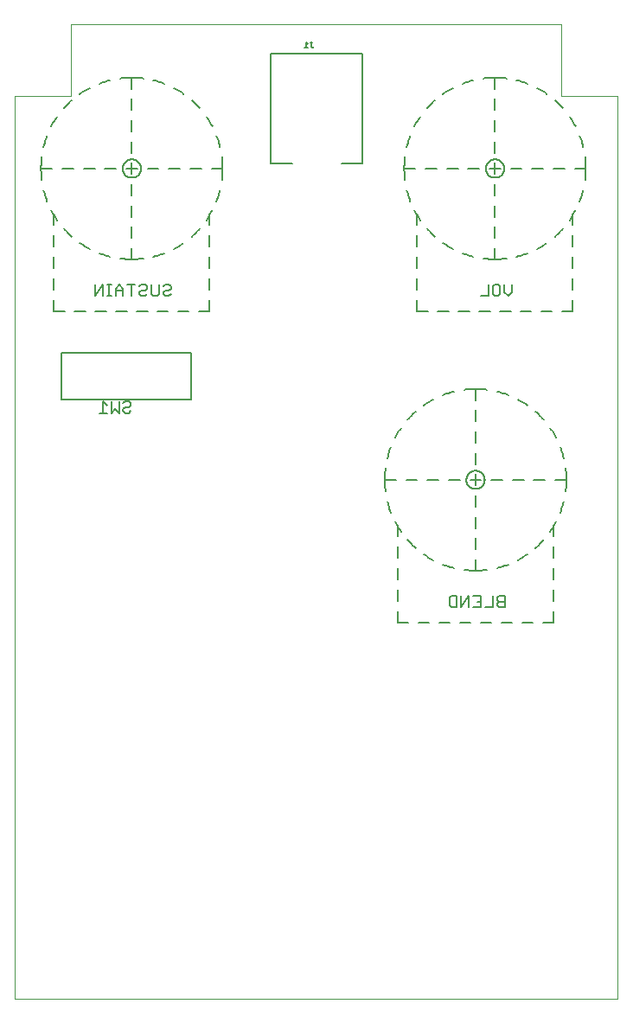
<source format=gbo>
G75*
%MOIN*%
%OFA0B0*%
%FSLAX25Y25*%
%IPPOS*%
%LPD*%
%AMOC8*
5,1,8,0,0,1.08239X$1,22.5*
%
%ADD10C,0.00500*%
%ADD11C,0.00600*%
%ADD12C,0.00800*%
%ADD13C,0.00000*%
D10*
X0037445Y0229850D02*
X0040448Y0229850D01*
X0038947Y0229850D02*
X0038947Y0234354D01*
X0040448Y0232853D01*
X0042049Y0234354D02*
X0042049Y0229850D01*
X0043551Y0231351D01*
X0045052Y0229850D01*
X0045052Y0234354D01*
X0046653Y0233603D02*
X0047404Y0234354D01*
X0048905Y0234354D01*
X0049656Y0233603D01*
X0049656Y0232853D01*
X0048905Y0232102D01*
X0047404Y0232102D01*
X0046653Y0231351D01*
X0046653Y0230601D01*
X0047404Y0229850D01*
X0048905Y0229850D01*
X0049656Y0230601D01*
X0048031Y0269163D02*
X0043976Y0269163D01*
X0040039Y0269163D02*
X0035984Y0269163D01*
X0032047Y0269163D02*
X0027992Y0269163D01*
X0024055Y0269163D02*
X0020000Y0269163D01*
X0020000Y0273501D01*
X0020000Y0277438D02*
X0020000Y0281776D01*
X0020000Y0285713D02*
X0020000Y0290050D01*
X0020000Y0293987D02*
X0020000Y0298325D01*
X0020000Y0302262D02*
X0020000Y0306600D01*
X0019278Y0324100D02*
X0015000Y0324100D01*
X0023215Y0324100D02*
X0027493Y0324100D01*
X0031430Y0324100D02*
X0035709Y0324100D01*
X0039646Y0324100D02*
X0043924Y0324100D01*
X0047861Y0324100D02*
X0052139Y0324100D01*
X0083993Y0332435D02*
X0083807Y0333158D01*
X0083607Y0333877D01*
X0083390Y0334592D01*
X0083159Y0335302D01*
X0082913Y0336007D01*
X0082651Y0336706D01*
X0080722Y0324100D02*
X0085000Y0324100D01*
X0076785Y0324100D02*
X0072507Y0324100D01*
X0068570Y0324100D02*
X0064291Y0324100D01*
X0060354Y0324100D02*
X0056076Y0324100D01*
X0076281Y0347215D02*
X0075782Y0347771D01*
X0075271Y0348315D01*
X0074749Y0348849D01*
X0074215Y0349371D01*
X0073671Y0349882D01*
X0073115Y0350381D01*
X0050000Y0350885D02*
X0050000Y0346607D01*
X0050000Y0342670D02*
X0050000Y0338391D01*
X0050000Y0334454D02*
X0050000Y0330176D01*
X0050000Y0326239D02*
X0050000Y0321961D01*
X0041664Y0290107D02*
X0040941Y0290293D01*
X0040222Y0290494D01*
X0039508Y0290710D01*
X0038798Y0290941D01*
X0038093Y0291188D01*
X0037394Y0291449D01*
X0050000Y0293378D02*
X0050000Y0289100D01*
X0050000Y0297315D02*
X0050000Y0301593D01*
X0050000Y0305530D02*
X0050000Y0309809D01*
X0050000Y0313746D02*
X0050000Y0318024D01*
X0058336Y0290107D02*
X0059059Y0290293D01*
X0059778Y0290494D01*
X0060492Y0290710D01*
X0061202Y0290941D01*
X0061907Y0291188D01*
X0062606Y0291449D01*
X0064016Y0269163D02*
X0059961Y0269163D01*
X0056024Y0269163D02*
X0051969Y0269163D01*
X0067953Y0269163D02*
X0072008Y0269163D01*
X0075945Y0269163D02*
X0080000Y0269163D01*
X0080000Y0273501D01*
X0080000Y0277438D02*
X0080000Y0281776D01*
X0080000Y0285713D02*
X0080000Y0290050D01*
X0080000Y0293987D02*
X0080000Y0298325D01*
X0080000Y0302262D02*
X0080000Y0306600D01*
X0081030Y0340291D02*
X0080677Y0340949D01*
X0080311Y0341600D01*
X0079931Y0342242D01*
X0079537Y0342877D01*
X0079130Y0343502D01*
X0078709Y0344119D01*
X0050000Y0354822D02*
X0050000Y0359100D01*
X0058335Y0358093D02*
X0059058Y0357907D01*
X0059777Y0357707D01*
X0060492Y0357490D01*
X0061202Y0357259D01*
X0061907Y0357013D01*
X0062606Y0356751D01*
X0084714Y0328567D02*
X0084801Y0327825D01*
X0084873Y0327082D01*
X0084928Y0326338D01*
X0084968Y0325592D01*
X0084992Y0324846D01*
X0085000Y0324100D01*
X0116542Y0370750D02*
X0117810Y0370750D01*
X0117176Y0370750D02*
X0117176Y0372652D01*
X0117810Y0372018D01*
X0118752Y0372652D02*
X0119386Y0372652D01*
X0119069Y0372652D02*
X0119069Y0371067D01*
X0119386Y0370750D01*
X0119703Y0370750D01*
X0120020Y0371067D01*
X0155000Y0324100D02*
X0159278Y0324100D01*
X0163215Y0324100D02*
X0167493Y0324100D01*
X0171430Y0324100D02*
X0175709Y0324100D01*
X0179646Y0324100D02*
X0183924Y0324100D01*
X0187861Y0324100D02*
X0192139Y0324100D01*
X0223993Y0332435D02*
X0223807Y0333158D01*
X0223607Y0333877D01*
X0223390Y0334592D01*
X0223159Y0335302D01*
X0222913Y0336007D01*
X0222651Y0336706D01*
X0220722Y0324100D02*
X0225000Y0324100D01*
X0216785Y0324100D02*
X0212507Y0324100D01*
X0208570Y0324100D02*
X0204291Y0324100D01*
X0200354Y0324100D02*
X0196076Y0324100D01*
X0216281Y0347215D02*
X0215782Y0347771D01*
X0215271Y0348315D01*
X0214749Y0348849D01*
X0214215Y0349371D01*
X0213671Y0349882D01*
X0213115Y0350381D01*
X0190000Y0350885D02*
X0190000Y0346607D01*
X0190000Y0342670D02*
X0190000Y0338391D01*
X0190000Y0334454D02*
X0190000Y0330176D01*
X0190000Y0326239D02*
X0190000Y0321961D01*
X0181664Y0290107D02*
X0180941Y0290293D01*
X0180222Y0290494D01*
X0179508Y0290710D01*
X0178798Y0290941D01*
X0178093Y0291188D01*
X0177394Y0291449D01*
X0190000Y0293378D02*
X0190000Y0289100D01*
X0190000Y0297315D02*
X0190000Y0301593D01*
X0190000Y0305530D02*
X0190000Y0309809D01*
X0190000Y0313746D02*
X0190000Y0318024D01*
X0198336Y0290107D02*
X0199059Y0290293D01*
X0199778Y0290494D01*
X0200492Y0290710D01*
X0201202Y0290941D01*
X0201907Y0291188D01*
X0202606Y0291449D01*
X0204016Y0269163D02*
X0199961Y0269163D01*
X0196024Y0269163D02*
X0191969Y0269163D01*
X0188031Y0269163D02*
X0183976Y0269163D01*
X0180039Y0269163D02*
X0175984Y0269163D01*
X0172047Y0269163D02*
X0167992Y0269163D01*
X0164055Y0269163D02*
X0160000Y0269163D01*
X0160000Y0273501D01*
X0160000Y0277438D02*
X0160000Y0281776D01*
X0160000Y0285713D02*
X0160000Y0290050D01*
X0160000Y0293987D02*
X0160000Y0298325D01*
X0160000Y0302262D02*
X0160000Y0306600D01*
X0156007Y0332435D02*
X0156193Y0333158D01*
X0156393Y0333877D01*
X0156610Y0334592D01*
X0156841Y0335302D01*
X0157087Y0336007D01*
X0157349Y0336706D01*
X0163719Y0347215D02*
X0164218Y0347771D01*
X0164729Y0348315D01*
X0165251Y0348849D01*
X0165785Y0349371D01*
X0166329Y0349882D01*
X0166885Y0350381D01*
X0190000Y0354822D02*
X0190000Y0359100D01*
X0198335Y0358093D02*
X0199058Y0357907D01*
X0199777Y0357707D01*
X0200492Y0357490D01*
X0201202Y0357259D01*
X0201907Y0357013D01*
X0202606Y0356751D01*
X0224714Y0328567D02*
X0224801Y0327825D01*
X0224873Y0327082D01*
X0224928Y0326338D01*
X0224968Y0325592D01*
X0224992Y0324846D01*
X0225000Y0324100D01*
X0220000Y0306600D02*
X0220000Y0302262D01*
X0220000Y0298325D02*
X0220000Y0293987D01*
X0220000Y0290050D02*
X0220000Y0285713D01*
X0220000Y0281776D02*
X0220000Y0277438D01*
X0220000Y0273501D02*
X0220000Y0269163D01*
X0215945Y0269163D01*
X0212008Y0269163D02*
X0207953Y0269163D01*
X0182500Y0239100D02*
X0182500Y0234822D01*
X0182500Y0230885D02*
X0182500Y0226607D01*
X0182500Y0222670D02*
X0182500Y0218391D01*
X0182500Y0214454D02*
X0182500Y0210176D01*
X0182500Y0206239D02*
X0182500Y0201961D01*
X0174164Y0170107D02*
X0173441Y0170293D01*
X0172722Y0170494D01*
X0172008Y0170710D01*
X0171298Y0170941D01*
X0170593Y0171188D01*
X0169894Y0171449D01*
X0182500Y0173378D02*
X0182500Y0169100D01*
X0182500Y0177315D02*
X0182500Y0181593D01*
X0182500Y0185530D02*
X0182500Y0189809D01*
X0182500Y0193746D02*
X0182500Y0198024D01*
X0190836Y0170107D02*
X0191559Y0170293D01*
X0192278Y0170494D01*
X0192992Y0170710D01*
X0193702Y0170941D01*
X0194407Y0171188D01*
X0195106Y0171449D01*
X0196516Y0149163D02*
X0192461Y0149163D01*
X0188524Y0149163D02*
X0184469Y0149163D01*
X0180531Y0149163D02*
X0176476Y0149163D01*
X0172539Y0149163D02*
X0168484Y0149163D01*
X0164547Y0149163D02*
X0160492Y0149163D01*
X0156555Y0149163D02*
X0152500Y0149163D01*
X0152500Y0153501D01*
X0152500Y0157438D02*
X0152500Y0161776D01*
X0152500Y0165713D02*
X0152500Y0170050D01*
X0152500Y0173987D02*
X0152500Y0178325D01*
X0152500Y0182262D02*
X0152500Y0186600D01*
X0151778Y0204100D02*
X0147500Y0204100D01*
X0155715Y0204100D02*
X0159993Y0204100D01*
X0163930Y0204100D02*
X0168209Y0204100D01*
X0172146Y0204100D02*
X0176424Y0204100D01*
X0180361Y0204100D02*
X0184639Y0204100D01*
X0216493Y0212435D02*
X0216307Y0213158D01*
X0216107Y0213877D01*
X0215890Y0214592D01*
X0215659Y0215302D01*
X0215413Y0216007D01*
X0215151Y0216706D01*
X0213222Y0204100D02*
X0217500Y0204100D01*
X0209285Y0204100D02*
X0205007Y0204100D01*
X0201070Y0204100D02*
X0196791Y0204100D01*
X0192854Y0204100D02*
X0188576Y0204100D01*
X0208781Y0227215D02*
X0208282Y0227771D01*
X0207771Y0228315D01*
X0207249Y0228849D01*
X0206715Y0229371D01*
X0206171Y0229882D01*
X0205615Y0230381D01*
X0195106Y0236751D02*
X0194407Y0237013D01*
X0193702Y0237259D01*
X0192992Y0237490D01*
X0192277Y0237707D01*
X0191558Y0237907D01*
X0190835Y0238093D01*
X0217214Y0208567D02*
X0217301Y0207825D01*
X0217373Y0207082D01*
X0217428Y0206338D01*
X0217468Y0205592D01*
X0217492Y0204846D01*
X0217500Y0204100D01*
X0212500Y0186600D02*
X0212500Y0182262D01*
X0212500Y0178325D02*
X0212500Y0173987D01*
X0212500Y0170050D02*
X0212500Y0165713D01*
X0212500Y0161776D02*
X0212500Y0157438D01*
X0212500Y0153501D02*
X0212500Y0149163D01*
X0208445Y0149163D01*
X0204508Y0149163D02*
X0200453Y0149163D01*
X0153791Y0184081D02*
X0153370Y0184698D01*
X0152963Y0185323D01*
X0152569Y0185957D01*
X0152189Y0186600D01*
X0151823Y0187250D01*
X0151470Y0187909D01*
X0148507Y0212435D02*
X0148693Y0213158D01*
X0148893Y0213877D01*
X0149110Y0214592D01*
X0149341Y0215302D01*
X0149587Y0216007D01*
X0149849Y0216706D01*
X0156219Y0227215D02*
X0156718Y0227771D01*
X0157229Y0228315D01*
X0157751Y0228849D01*
X0158285Y0229371D01*
X0158829Y0229882D01*
X0159385Y0230381D01*
X0169894Y0236751D02*
X0170593Y0237013D01*
X0171298Y0237259D01*
X0172008Y0237490D01*
X0172723Y0237707D01*
X0173442Y0237907D01*
X0174165Y0238093D01*
X0147786Y0208567D02*
X0147699Y0207825D01*
X0147627Y0207082D01*
X0147572Y0206338D01*
X0147532Y0205592D01*
X0147508Y0204846D01*
X0147500Y0204100D01*
X0178033Y0238814D02*
X0178775Y0238901D01*
X0179518Y0238973D01*
X0180262Y0239028D01*
X0181008Y0239068D01*
X0181754Y0239092D01*
X0182500Y0239100D01*
X0198691Y0235130D02*
X0199349Y0234777D01*
X0200000Y0234411D01*
X0200642Y0234031D01*
X0201277Y0233637D01*
X0201902Y0233230D01*
X0202519Y0232809D01*
X0186967Y0238814D02*
X0186225Y0238901D01*
X0185482Y0238973D01*
X0184738Y0239028D01*
X0183992Y0239068D01*
X0183246Y0239092D01*
X0182500Y0239100D01*
X0166309Y0235130D02*
X0165651Y0234777D01*
X0165000Y0234411D01*
X0164358Y0234031D01*
X0163723Y0233637D01*
X0163098Y0233230D01*
X0162481Y0232809D01*
X0153791Y0224119D02*
X0153370Y0223502D01*
X0152963Y0222877D01*
X0152569Y0222242D01*
X0152189Y0221600D01*
X0151823Y0220949D01*
X0151470Y0220291D01*
X0148507Y0195764D02*
X0148693Y0195041D01*
X0148894Y0194322D01*
X0149110Y0193608D01*
X0149341Y0192898D01*
X0149588Y0192193D01*
X0149849Y0191494D01*
X0211209Y0184081D02*
X0211630Y0184698D01*
X0212037Y0185323D01*
X0212431Y0185957D01*
X0212811Y0186600D01*
X0213177Y0187250D01*
X0213530Y0187909D01*
X0213530Y0220291D02*
X0213177Y0220949D01*
X0212811Y0221600D01*
X0212431Y0222242D01*
X0212037Y0222877D01*
X0211630Y0223502D01*
X0211209Y0224119D01*
X0147500Y0204100D02*
X0147508Y0203353D01*
X0147532Y0202607D01*
X0147572Y0201862D01*
X0147627Y0201117D01*
X0147699Y0200374D01*
X0147786Y0199633D01*
X0182500Y0169100D02*
X0183247Y0169108D01*
X0183993Y0169132D01*
X0184738Y0169172D01*
X0185483Y0169227D01*
X0186226Y0169299D01*
X0186967Y0169386D01*
X0159385Y0177819D02*
X0158829Y0178318D01*
X0158285Y0178829D01*
X0157751Y0179351D01*
X0157229Y0179885D01*
X0156718Y0180429D01*
X0156219Y0180985D01*
X0205615Y0177819D02*
X0206171Y0178318D01*
X0206715Y0178829D01*
X0207249Y0179351D01*
X0207771Y0179885D01*
X0208282Y0180429D01*
X0208781Y0180985D01*
X0182500Y0169100D02*
X0181753Y0169108D01*
X0181007Y0169132D01*
X0180262Y0169172D01*
X0179517Y0169227D01*
X0178774Y0169299D01*
X0178033Y0169386D01*
X0178965Y0204100D02*
X0178967Y0204219D01*
X0178973Y0204337D01*
X0178983Y0204456D01*
X0178997Y0204574D01*
X0179015Y0204691D01*
X0179037Y0204808D01*
X0179062Y0204924D01*
X0179092Y0205039D01*
X0179125Y0205153D01*
X0179163Y0205266D01*
X0179204Y0205377D01*
X0179248Y0205487D01*
X0179297Y0205595D01*
X0179349Y0205702D01*
X0179405Y0205807D01*
X0179464Y0205910D01*
X0179526Y0206011D01*
X0179592Y0206110D01*
X0179661Y0206207D01*
X0179734Y0206301D01*
X0179809Y0206392D01*
X0179888Y0206482D01*
X0179969Y0206568D01*
X0180053Y0206652D01*
X0180141Y0206732D01*
X0180230Y0206810D01*
X0180323Y0206885D01*
X0180417Y0206956D01*
X0180515Y0207025D01*
X0180614Y0207090D01*
X0180715Y0207151D01*
X0180819Y0207210D01*
X0180924Y0207264D01*
X0181032Y0207316D01*
X0181140Y0207363D01*
X0181251Y0207407D01*
X0181363Y0207447D01*
X0181476Y0207483D01*
X0181590Y0207516D01*
X0181705Y0207544D01*
X0181821Y0207569D01*
X0181938Y0207590D01*
X0182056Y0207607D01*
X0182174Y0207620D01*
X0182292Y0207629D01*
X0182411Y0207634D01*
X0182530Y0207635D01*
X0182648Y0207632D01*
X0182767Y0207625D01*
X0182885Y0207614D01*
X0183003Y0207599D01*
X0183120Y0207580D01*
X0183237Y0207557D01*
X0183353Y0207531D01*
X0183467Y0207500D01*
X0183581Y0207466D01*
X0183694Y0207427D01*
X0183805Y0207385D01*
X0183914Y0207340D01*
X0184022Y0207290D01*
X0184129Y0207237D01*
X0184233Y0207181D01*
X0184336Y0207121D01*
X0184436Y0207058D01*
X0184534Y0206991D01*
X0184630Y0206921D01*
X0184724Y0206848D01*
X0184815Y0206772D01*
X0184903Y0206692D01*
X0184989Y0206610D01*
X0185072Y0206525D01*
X0185152Y0206437D01*
X0185229Y0206347D01*
X0185303Y0206254D01*
X0185374Y0206159D01*
X0185441Y0206061D01*
X0185506Y0205961D01*
X0185566Y0205859D01*
X0185624Y0205755D01*
X0185678Y0205649D01*
X0185728Y0205541D01*
X0185774Y0205432D01*
X0185817Y0205321D01*
X0185856Y0205209D01*
X0185892Y0205096D01*
X0185923Y0204981D01*
X0185951Y0204866D01*
X0185975Y0204750D01*
X0185995Y0204632D01*
X0186011Y0204515D01*
X0186023Y0204397D01*
X0186031Y0204278D01*
X0186035Y0204159D01*
X0186035Y0204041D01*
X0186031Y0203922D01*
X0186023Y0203803D01*
X0186011Y0203685D01*
X0185995Y0203568D01*
X0185975Y0203450D01*
X0185951Y0203334D01*
X0185923Y0203219D01*
X0185892Y0203104D01*
X0185856Y0202991D01*
X0185817Y0202879D01*
X0185774Y0202768D01*
X0185728Y0202659D01*
X0185678Y0202551D01*
X0185624Y0202445D01*
X0185566Y0202341D01*
X0185506Y0202239D01*
X0185441Y0202139D01*
X0185374Y0202041D01*
X0185303Y0201946D01*
X0185229Y0201853D01*
X0185152Y0201763D01*
X0185072Y0201675D01*
X0184989Y0201590D01*
X0184903Y0201508D01*
X0184815Y0201428D01*
X0184724Y0201352D01*
X0184630Y0201279D01*
X0184534Y0201209D01*
X0184436Y0201142D01*
X0184336Y0201079D01*
X0184233Y0201019D01*
X0184129Y0200963D01*
X0184022Y0200910D01*
X0183914Y0200860D01*
X0183805Y0200815D01*
X0183694Y0200773D01*
X0183581Y0200734D01*
X0183467Y0200700D01*
X0183353Y0200669D01*
X0183237Y0200643D01*
X0183120Y0200620D01*
X0183003Y0200601D01*
X0182885Y0200586D01*
X0182767Y0200575D01*
X0182648Y0200568D01*
X0182530Y0200565D01*
X0182411Y0200566D01*
X0182292Y0200571D01*
X0182174Y0200580D01*
X0182056Y0200593D01*
X0181938Y0200610D01*
X0181821Y0200631D01*
X0181705Y0200656D01*
X0181590Y0200684D01*
X0181476Y0200717D01*
X0181363Y0200753D01*
X0181251Y0200793D01*
X0181140Y0200837D01*
X0181032Y0200884D01*
X0180924Y0200936D01*
X0180819Y0200990D01*
X0180715Y0201049D01*
X0180614Y0201110D01*
X0180515Y0201175D01*
X0180417Y0201244D01*
X0180323Y0201315D01*
X0180230Y0201390D01*
X0180141Y0201468D01*
X0180053Y0201548D01*
X0179969Y0201632D01*
X0179888Y0201718D01*
X0179809Y0201808D01*
X0179734Y0201899D01*
X0179661Y0201993D01*
X0179592Y0202090D01*
X0179526Y0202189D01*
X0179464Y0202290D01*
X0179405Y0202393D01*
X0179349Y0202498D01*
X0179297Y0202605D01*
X0179248Y0202713D01*
X0179204Y0202823D01*
X0179163Y0202934D01*
X0179125Y0203047D01*
X0179092Y0203161D01*
X0179062Y0203276D01*
X0179037Y0203392D01*
X0179015Y0203509D01*
X0178997Y0203626D01*
X0178983Y0203744D01*
X0178973Y0203863D01*
X0178967Y0203981D01*
X0178965Y0204100D01*
X0217214Y0199633D02*
X0217301Y0200374D01*
X0217373Y0201117D01*
X0217428Y0201862D01*
X0217468Y0202607D01*
X0217492Y0203353D01*
X0217500Y0204100D01*
X0216493Y0195764D02*
X0216307Y0195041D01*
X0216106Y0194322D01*
X0215890Y0193608D01*
X0215659Y0192898D01*
X0215412Y0192193D01*
X0215151Y0191494D01*
X0166309Y0173070D02*
X0165650Y0173423D01*
X0165000Y0173789D01*
X0164357Y0174169D01*
X0163723Y0174563D01*
X0163098Y0174970D01*
X0162481Y0175391D01*
X0198691Y0173070D02*
X0199350Y0173423D01*
X0200000Y0173789D01*
X0200643Y0174169D01*
X0201277Y0174563D01*
X0201902Y0174970D01*
X0202519Y0175391D01*
X0161291Y0304081D02*
X0160870Y0304698D01*
X0160463Y0305323D01*
X0160069Y0305957D01*
X0159689Y0306600D01*
X0159323Y0307250D01*
X0158970Y0307909D01*
X0158970Y0340291D02*
X0159323Y0340949D01*
X0159689Y0341600D01*
X0160069Y0342242D01*
X0160463Y0342877D01*
X0160870Y0343502D01*
X0161291Y0344119D01*
X0177394Y0356751D02*
X0178093Y0357013D01*
X0178798Y0357259D01*
X0179508Y0357490D01*
X0180223Y0357707D01*
X0180942Y0357907D01*
X0181665Y0358093D01*
X0155286Y0328567D02*
X0155199Y0327825D01*
X0155127Y0327082D01*
X0155072Y0326338D01*
X0155032Y0325592D01*
X0155008Y0324846D01*
X0155000Y0324100D01*
X0185533Y0358814D02*
X0186275Y0358901D01*
X0187018Y0358973D01*
X0187762Y0359028D01*
X0188508Y0359068D01*
X0189254Y0359092D01*
X0190000Y0359100D01*
X0206191Y0355130D02*
X0206849Y0354777D01*
X0207500Y0354411D01*
X0208142Y0354031D01*
X0208777Y0353637D01*
X0209402Y0353230D01*
X0210019Y0352809D01*
X0194467Y0358814D02*
X0193725Y0358901D01*
X0192982Y0358973D01*
X0192238Y0359028D01*
X0191492Y0359068D01*
X0190746Y0359092D01*
X0190000Y0359100D01*
X0173809Y0355130D02*
X0173151Y0354777D01*
X0172500Y0354411D01*
X0171858Y0354031D01*
X0171223Y0353637D01*
X0170598Y0353230D01*
X0169981Y0352809D01*
X0218709Y0344119D02*
X0219130Y0343502D01*
X0219537Y0342877D01*
X0219931Y0342242D01*
X0220311Y0341600D01*
X0220677Y0340949D01*
X0221030Y0340291D01*
X0155000Y0324100D02*
X0155008Y0323353D01*
X0155032Y0322607D01*
X0155072Y0321862D01*
X0155127Y0321117D01*
X0155199Y0320374D01*
X0155286Y0319633D01*
X0190000Y0289100D02*
X0190747Y0289108D01*
X0191493Y0289132D01*
X0192238Y0289172D01*
X0192983Y0289227D01*
X0193726Y0289299D01*
X0194467Y0289386D01*
X0166885Y0297819D02*
X0166329Y0298318D01*
X0165785Y0298829D01*
X0165251Y0299351D01*
X0164729Y0299885D01*
X0164218Y0300429D01*
X0163719Y0300985D01*
X0218709Y0304081D02*
X0219130Y0304698D01*
X0219537Y0305323D01*
X0219931Y0305957D01*
X0220311Y0306600D01*
X0220677Y0307250D01*
X0221030Y0307909D01*
X0190000Y0289100D02*
X0189253Y0289108D01*
X0188507Y0289132D01*
X0187762Y0289172D01*
X0187017Y0289227D01*
X0186274Y0289299D01*
X0185533Y0289386D01*
X0213115Y0297819D02*
X0213671Y0298318D01*
X0214215Y0298829D01*
X0214749Y0299351D01*
X0215271Y0299885D01*
X0215782Y0300429D01*
X0216281Y0300985D01*
X0186465Y0324100D02*
X0186467Y0324219D01*
X0186473Y0324337D01*
X0186483Y0324456D01*
X0186497Y0324574D01*
X0186515Y0324691D01*
X0186537Y0324808D01*
X0186562Y0324924D01*
X0186592Y0325039D01*
X0186625Y0325153D01*
X0186663Y0325266D01*
X0186704Y0325377D01*
X0186748Y0325487D01*
X0186797Y0325595D01*
X0186849Y0325702D01*
X0186905Y0325807D01*
X0186964Y0325910D01*
X0187026Y0326011D01*
X0187092Y0326110D01*
X0187161Y0326207D01*
X0187234Y0326301D01*
X0187309Y0326392D01*
X0187388Y0326482D01*
X0187469Y0326568D01*
X0187553Y0326652D01*
X0187641Y0326732D01*
X0187730Y0326810D01*
X0187823Y0326885D01*
X0187917Y0326956D01*
X0188015Y0327025D01*
X0188114Y0327090D01*
X0188215Y0327151D01*
X0188319Y0327210D01*
X0188424Y0327264D01*
X0188532Y0327316D01*
X0188640Y0327363D01*
X0188751Y0327407D01*
X0188863Y0327447D01*
X0188976Y0327483D01*
X0189090Y0327516D01*
X0189205Y0327544D01*
X0189321Y0327569D01*
X0189438Y0327590D01*
X0189556Y0327607D01*
X0189674Y0327620D01*
X0189792Y0327629D01*
X0189911Y0327634D01*
X0190030Y0327635D01*
X0190148Y0327632D01*
X0190267Y0327625D01*
X0190385Y0327614D01*
X0190503Y0327599D01*
X0190620Y0327580D01*
X0190737Y0327557D01*
X0190853Y0327531D01*
X0190967Y0327500D01*
X0191081Y0327466D01*
X0191194Y0327427D01*
X0191305Y0327385D01*
X0191414Y0327340D01*
X0191522Y0327290D01*
X0191629Y0327237D01*
X0191733Y0327181D01*
X0191836Y0327121D01*
X0191936Y0327058D01*
X0192034Y0326991D01*
X0192130Y0326921D01*
X0192224Y0326848D01*
X0192315Y0326772D01*
X0192403Y0326692D01*
X0192489Y0326610D01*
X0192572Y0326525D01*
X0192652Y0326437D01*
X0192729Y0326347D01*
X0192803Y0326254D01*
X0192874Y0326159D01*
X0192941Y0326061D01*
X0193006Y0325961D01*
X0193066Y0325859D01*
X0193124Y0325755D01*
X0193178Y0325649D01*
X0193228Y0325541D01*
X0193274Y0325432D01*
X0193317Y0325321D01*
X0193356Y0325209D01*
X0193392Y0325096D01*
X0193423Y0324981D01*
X0193451Y0324866D01*
X0193475Y0324750D01*
X0193495Y0324632D01*
X0193511Y0324515D01*
X0193523Y0324397D01*
X0193531Y0324278D01*
X0193535Y0324159D01*
X0193535Y0324041D01*
X0193531Y0323922D01*
X0193523Y0323803D01*
X0193511Y0323685D01*
X0193495Y0323568D01*
X0193475Y0323450D01*
X0193451Y0323334D01*
X0193423Y0323219D01*
X0193392Y0323104D01*
X0193356Y0322991D01*
X0193317Y0322879D01*
X0193274Y0322768D01*
X0193228Y0322659D01*
X0193178Y0322551D01*
X0193124Y0322445D01*
X0193066Y0322341D01*
X0193006Y0322239D01*
X0192941Y0322139D01*
X0192874Y0322041D01*
X0192803Y0321946D01*
X0192729Y0321853D01*
X0192652Y0321763D01*
X0192572Y0321675D01*
X0192489Y0321590D01*
X0192403Y0321508D01*
X0192315Y0321428D01*
X0192224Y0321352D01*
X0192130Y0321279D01*
X0192034Y0321209D01*
X0191936Y0321142D01*
X0191836Y0321079D01*
X0191733Y0321019D01*
X0191629Y0320963D01*
X0191522Y0320910D01*
X0191414Y0320860D01*
X0191305Y0320815D01*
X0191194Y0320773D01*
X0191081Y0320734D01*
X0190967Y0320700D01*
X0190853Y0320669D01*
X0190737Y0320643D01*
X0190620Y0320620D01*
X0190503Y0320601D01*
X0190385Y0320586D01*
X0190267Y0320575D01*
X0190148Y0320568D01*
X0190030Y0320565D01*
X0189911Y0320566D01*
X0189792Y0320571D01*
X0189674Y0320580D01*
X0189556Y0320593D01*
X0189438Y0320610D01*
X0189321Y0320631D01*
X0189205Y0320656D01*
X0189090Y0320684D01*
X0188976Y0320717D01*
X0188863Y0320753D01*
X0188751Y0320793D01*
X0188640Y0320837D01*
X0188532Y0320884D01*
X0188424Y0320936D01*
X0188319Y0320990D01*
X0188215Y0321049D01*
X0188114Y0321110D01*
X0188015Y0321175D01*
X0187917Y0321244D01*
X0187823Y0321315D01*
X0187730Y0321390D01*
X0187641Y0321468D01*
X0187553Y0321548D01*
X0187469Y0321632D01*
X0187388Y0321718D01*
X0187309Y0321808D01*
X0187234Y0321899D01*
X0187161Y0321993D01*
X0187092Y0322090D01*
X0187026Y0322189D01*
X0186964Y0322290D01*
X0186905Y0322393D01*
X0186849Y0322498D01*
X0186797Y0322605D01*
X0186748Y0322713D01*
X0186704Y0322823D01*
X0186663Y0322934D01*
X0186625Y0323047D01*
X0186592Y0323161D01*
X0186562Y0323276D01*
X0186537Y0323392D01*
X0186515Y0323509D01*
X0186497Y0323626D01*
X0186483Y0323744D01*
X0186473Y0323863D01*
X0186467Y0323981D01*
X0186465Y0324100D01*
X0156007Y0315764D02*
X0156193Y0315041D01*
X0156394Y0314322D01*
X0156610Y0313608D01*
X0156841Y0312898D01*
X0157088Y0312193D01*
X0157349Y0311494D01*
X0224714Y0319633D02*
X0224801Y0320374D01*
X0224873Y0321117D01*
X0224928Y0321862D01*
X0224968Y0322607D01*
X0224992Y0323353D01*
X0225000Y0324100D01*
X0223993Y0315764D02*
X0223807Y0315041D01*
X0223606Y0314322D01*
X0223390Y0313608D01*
X0223159Y0312898D01*
X0222912Y0312193D01*
X0222651Y0311494D01*
X0173809Y0293070D02*
X0173150Y0293423D01*
X0172500Y0293789D01*
X0171857Y0294169D01*
X0171223Y0294563D01*
X0170598Y0294970D01*
X0169981Y0295391D01*
X0206191Y0293070D02*
X0206850Y0293423D01*
X0207500Y0293789D01*
X0208143Y0294169D01*
X0208777Y0294563D01*
X0209402Y0294970D01*
X0210019Y0295391D01*
X0054467Y0358814D02*
X0053725Y0358901D01*
X0052982Y0358973D01*
X0052238Y0359028D01*
X0051492Y0359068D01*
X0050746Y0359092D01*
X0050000Y0359100D01*
X0041665Y0358093D02*
X0040942Y0357907D01*
X0040223Y0357707D01*
X0039508Y0357490D01*
X0038798Y0357259D01*
X0038093Y0357013D01*
X0037394Y0356751D01*
X0026885Y0350381D02*
X0026329Y0349882D01*
X0025785Y0349371D01*
X0025251Y0348849D01*
X0024729Y0348315D01*
X0024218Y0347771D01*
X0023719Y0347215D01*
X0017349Y0336706D02*
X0017087Y0336007D01*
X0016841Y0335302D01*
X0016610Y0334592D01*
X0016393Y0333877D01*
X0016193Y0333158D01*
X0016007Y0332435D01*
X0045533Y0358814D02*
X0046275Y0358901D01*
X0047018Y0358973D01*
X0047762Y0359028D01*
X0048508Y0359068D01*
X0049254Y0359092D01*
X0050000Y0359100D01*
X0066191Y0355130D02*
X0066849Y0354777D01*
X0067500Y0354411D01*
X0068142Y0354031D01*
X0068777Y0353637D01*
X0069402Y0353230D01*
X0070019Y0352809D01*
X0033809Y0355130D02*
X0033151Y0354777D01*
X0032500Y0354411D01*
X0031858Y0354031D01*
X0031223Y0353637D01*
X0030598Y0353230D01*
X0029981Y0352809D01*
X0015286Y0328567D02*
X0015199Y0327825D01*
X0015127Y0327082D01*
X0015072Y0326338D01*
X0015032Y0325592D01*
X0015008Y0324846D01*
X0015000Y0324100D01*
X0018970Y0340291D02*
X0019323Y0340949D01*
X0019689Y0341600D01*
X0020069Y0342242D01*
X0020463Y0342877D01*
X0020870Y0343502D01*
X0021291Y0344119D01*
X0016007Y0315764D02*
X0016193Y0315041D01*
X0016394Y0314322D01*
X0016610Y0313608D01*
X0016841Y0312898D01*
X0017088Y0312193D01*
X0017349Y0311494D01*
X0078709Y0304081D02*
X0079130Y0304698D01*
X0079537Y0305323D01*
X0079931Y0305957D01*
X0080311Y0306600D01*
X0080677Y0307250D01*
X0081030Y0307909D01*
X0021291Y0304081D02*
X0020870Y0304698D01*
X0020463Y0305323D01*
X0020069Y0305957D01*
X0019689Y0306600D01*
X0019323Y0307250D01*
X0018970Y0307909D01*
X0050000Y0289100D02*
X0050747Y0289108D01*
X0051493Y0289132D01*
X0052238Y0289172D01*
X0052983Y0289227D01*
X0053726Y0289299D01*
X0054467Y0289386D01*
X0026885Y0297819D02*
X0026329Y0298318D01*
X0025785Y0298829D01*
X0025251Y0299351D01*
X0024729Y0299885D01*
X0024218Y0300429D01*
X0023719Y0300985D01*
X0073115Y0297819D02*
X0073671Y0298318D01*
X0074215Y0298829D01*
X0074749Y0299351D01*
X0075271Y0299885D01*
X0075782Y0300429D01*
X0076281Y0300985D01*
X0050000Y0289100D02*
X0049253Y0289108D01*
X0048507Y0289132D01*
X0047762Y0289172D01*
X0047017Y0289227D01*
X0046274Y0289299D01*
X0045533Y0289386D01*
X0046465Y0324100D02*
X0046467Y0324219D01*
X0046473Y0324337D01*
X0046483Y0324456D01*
X0046497Y0324574D01*
X0046515Y0324691D01*
X0046537Y0324808D01*
X0046562Y0324924D01*
X0046592Y0325039D01*
X0046625Y0325153D01*
X0046663Y0325266D01*
X0046704Y0325377D01*
X0046748Y0325487D01*
X0046797Y0325595D01*
X0046849Y0325702D01*
X0046905Y0325807D01*
X0046964Y0325910D01*
X0047026Y0326011D01*
X0047092Y0326110D01*
X0047161Y0326207D01*
X0047234Y0326301D01*
X0047309Y0326392D01*
X0047388Y0326482D01*
X0047469Y0326568D01*
X0047553Y0326652D01*
X0047641Y0326732D01*
X0047730Y0326810D01*
X0047823Y0326885D01*
X0047917Y0326956D01*
X0048015Y0327025D01*
X0048114Y0327090D01*
X0048215Y0327151D01*
X0048319Y0327210D01*
X0048424Y0327264D01*
X0048532Y0327316D01*
X0048640Y0327363D01*
X0048751Y0327407D01*
X0048863Y0327447D01*
X0048976Y0327483D01*
X0049090Y0327516D01*
X0049205Y0327544D01*
X0049321Y0327569D01*
X0049438Y0327590D01*
X0049556Y0327607D01*
X0049674Y0327620D01*
X0049792Y0327629D01*
X0049911Y0327634D01*
X0050030Y0327635D01*
X0050148Y0327632D01*
X0050267Y0327625D01*
X0050385Y0327614D01*
X0050503Y0327599D01*
X0050620Y0327580D01*
X0050737Y0327557D01*
X0050853Y0327531D01*
X0050967Y0327500D01*
X0051081Y0327466D01*
X0051194Y0327427D01*
X0051305Y0327385D01*
X0051414Y0327340D01*
X0051522Y0327290D01*
X0051629Y0327237D01*
X0051733Y0327181D01*
X0051836Y0327121D01*
X0051936Y0327058D01*
X0052034Y0326991D01*
X0052130Y0326921D01*
X0052224Y0326848D01*
X0052315Y0326772D01*
X0052403Y0326692D01*
X0052489Y0326610D01*
X0052572Y0326525D01*
X0052652Y0326437D01*
X0052729Y0326347D01*
X0052803Y0326254D01*
X0052874Y0326159D01*
X0052941Y0326061D01*
X0053006Y0325961D01*
X0053066Y0325859D01*
X0053124Y0325755D01*
X0053178Y0325649D01*
X0053228Y0325541D01*
X0053274Y0325432D01*
X0053317Y0325321D01*
X0053356Y0325209D01*
X0053392Y0325096D01*
X0053423Y0324981D01*
X0053451Y0324866D01*
X0053475Y0324750D01*
X0053495Y0324632D01*
X0053511Y0324515D01*
X0053523Y0324397D01*
X0053531Y0324278D01*
X0053535Y0324159D01*
X0053535Y0324041D01*
X0053531Y0323922D01*
X0053523Y0323803D01*
X0053511Y0323685D01*
X0053495Y0323568D01*
X0053475Y0323450D01*
X0053451Y0323334D01*
X0053423Y0323219D01*
X0053392Y0323104D01*
X0053356Y0322991D01*
X0053317Y0322879D01*
X0053274Y0322768D01*
X0053228Y0322659D01*
X0053178Y0322551D01*
X0053124Y0322445D01*
X0053066Y0322341D01*
X0053006Y0322239D01*
X0052941Y0322139D01*
X0052874Y0322041D01*
X0052803Y0321946D01*
X0052729Y0321853D01*
X0052652Y0321763D01*
X0052572Y0321675D01*
X0052489Y0321590D01*
X0052403Y0321508D01*
X0052315Y0321428D01*
X0052224Y0321352D01*
X0052130Y0321279D01*
X0052034Y0321209D01*
X0051936Y0321142D01*
X0051836Y0321079D01*
X0051733Y0321019D01*
X0051629Y0320963D01*
X0051522Y0320910D01*
X0051414Y0320860D01*
X0051305Y0320815D01*
X0051194Y0320773D01*
X0051081Y0320734D01*
X0050967Y0320700D01*
X0050853Y0320669D01*
X0050737Y0320643D01*
X0050620Y0320620D01*
X0050503Y0320601D01*
X0050385Y0320586D01*
X0050267Y0320575D01*
X0050148Y0320568D01*
X0050030Y0320565D01*
X0049911Y0320566D01*
X0049792Y0320571D01*
X0049674Y0320580D01*
X0049556Y0320593D01*
X0049438Y0320610D01*
X0049321Y0320631D01*
X0049205Y0320656D01*
X0049090Y0320684D01*
X0048976Y0320717D01*
X0048863Y0320753D01*
X0048751Y0320793D01*
X0048640Y0320837D01*
X0048532Y0320884D01*
X0048424Y0320936D01*
X0048319Y0320990D01*
X0048215Y0321049D01*
X0048114Y0321110D01*
X0048015Y0321175D01*
X0047917Y0321244D01*
X0047823Y0321315D01*
X0047730Y0321390D01*
X0047641Y0321468D01*
X0047553Y0321548D01*
X0047469Y0321632D01*
X0047388Y0321718D01*
X0047309Y0321808D01*
X0047234Y0321899D01*
X0047161Y0321993D01*
X0047092Y0322090D01*
X0047026Y0322189D01*
X0046964Y0322290D01*
X0046905Y0322393D01*
X0046849Y0322498D01*
X0046797Y0322605D01*
X0046748Y0322713D01*
X0046704Y0322823D01*
X0046663Y0322934D01*
X0046625Y0323047D01*
X0046592Y0323161D01*
X0046562Y0323276D01*
X0046537Y0323392D01*
X0046515Y0323509D01*
X0046497Y0323626D01*
X0046483Y0323744D01*
X0046473Y0323863D01*
X0046467Y0323981D01*
X0046465Y0324100D01*
X0084714Y0319633D02*
X0084801Y0320374D01*
X0084873Y0321117D01*
X0084928Y0321862D01*
X0084968Y0322607D01*
X0084992Y0323353D01*
X0085000Y0324100D01*
X0015286Y0319633D02*
X0015199Y0320374D01*
X0015127Y0321117D01*
X0015072Y0321862D01*
X0015032Y0322607D01*
X0015008Y0323353D01*
X0015000Y0324100D01*
X0066191Y0293070D02*
X0066850Y0293423D01*
X0067500Y0293789D01*
X0068143Y0294169D01*
X0068777Y0294563D01*
X0069402Y0294970D01*
X0070019Y0295391D01*
X0033809Y0293070D02*
X0033150Y0293423D01*
X0032500Y0293789D01*
X0031857Y0294169D01*
X0031223Y0294563D01*
X0030598Y0294970D01*
X0029981Y0295391D01*
X0082651Y0311494D02*
X0082912Y0312193D01*
X0083159Y0312898D01*
X0083390Y0313608D01*
X0083606Y0314322D01*
X0083807Y0315041D01*
X0083993Y0315764D01*
D11*
X0064312Y0279304D02*
X0065046Y0278570D01*
X0065046Y0277836D01*
X0064312Y0277102D01*
X0062845Y0277102D01*
X0062111Y0276368D01*
X0062111Y0275634D01*
X0062845Y0274900D01*
X0064312Y0274900D01*
X0065046Y0275634D01*
X0064312Y0279304D02*
X0062845Y0279304D01*
X0062111Y0278570D01*
X0060443Y0279304D02*
X0060443Y0275634D01*
X0059709Y0274900D01*
X0058241Y0274900D01*
X0057507Y0275634D01*
X0057507Y0279304D01*
X0055839Y0278570D02*
X0055839Y0277836D01*
X0055105Y0277102D01*
X0053637Y0277102D01*
X0052903Y0276368D01*
X0052903Y0275634D01*
X0053637Y0274900D01*
X0055105Y0274900D01*
X0055839Y0275634D01*
X0055839Y0278570D02*
X0055105Y0279304D01*
X0053637Y0279304D01*
X0052903Y0278570D01*
X0051235Y0279304D02*
X0048299Y0279304D01*
X0049767Y0279304D02*
X0049767Y0274900D01*
X0046631Y0274900D02*
X0046631Y0277836D01*
X0045163Y0279304D01*
X0043695Y0277836D01*
X0043695Y0274900D01*
X0042027Y0274900D02*
X0040559Y0274900D01*
X0041293Y0274900D02*
X0041293Y0279304D01*
X0042027Y0279304D02*
X0040559Y0279304D01*
X0038958Y0279304D02*
X0036022Y0274900D01*
X0036022Y0279304D01*
X0038958Y0279304D02*
X0038958Y0274900D01*
X0043695Y0277102D02*
X0046631Y0277102D01*
X0023000Y0253100D02*
X0073000Y0253100D01*
X0073000Y0253075D02*
X0073000Y0235100D01*
X0023000Y0235100D01*
X0023000Y0253000D01*
X0172358Y0158570D02*
X0173092Y0159304D01*
X0175294Y0159304D01*
X0175294Y0154900D01*
X0173092Y0154900D01*
X0172358Y0155634D01*
X0172358Y0158570D01*
X0176962Y0159304D02*
X0176962Y0154900D01*
X0179898Y0159304D01*
X0179898Y0154900D01*
X0181566Y0154900D02*
X0184502Y0154900D01*
X0184502Y0159304D01*
X0181566Y0159304D01*
X0183034Y0157102D02*
X0184502Y0157102D01*
X0186170Y0154900D02*
X0189106Y0154900D01*
X0189106Y0159304D01*
X0190774Y0158570D02*
X0190774Y0157836D01*
X0191508Y0157102D01*
X0193710Y0157102D01*
X0193710Y0159304D02*
X0191508Y0159304D01*
X0190774Y0158570D01*
X0191508Y0157102D02*
X0190774Y0156368D01*
X0190774Y0155634D01*
X0191508Y0154900D01*
X0193710Y0154900D01*
X0193710Y0159304D01*
X0195138Y0274900D02*
X0193670Y0276368D01*
X0193670Y0279304D01*
X0192002Y0278570D02*
X0192002Y0275634D01*
X0191268Y0274900D01*
X0189800Y0274900D01*
X0189066Y0275634D01*
X0189066Y0278570D01*
X0189800Y0279304D01*
X0191268Y0279304D01*
X0192002Y0278570D01*
X0195138Y0274900D02*
X0196606Y0276368D01*
X0196606Y0279304D01*
X0187398Y0279304D02*
X0187398Y0274900D01*
X0184462Y0274900D01*
D12*
X0138967Y0326163D02*
X0138967Y0328919D01*
X0138950Y0328900D02*
X0138950Y0348275D01*
X0138967Y0347423D02*
X0138967Y0368289D01*
X0103533Y0368289D01*
X0103533Y0326163D01*
X0111801Y0326163D01*
X0130699Y0326163D02*
X0138967Y0326163D01*
D13*
X0237283Y0004100D02*
X0005000Y0004100D01*
X0005000Y0352131D01*
X0026654Y0352131D01*
X0026654Y0379691D01*
X0215630Y0379691D01*
X0215630Y0352131D01*
X0237283Y0352131D01*
X0237283Y0004100D01*
M02*

</source>
